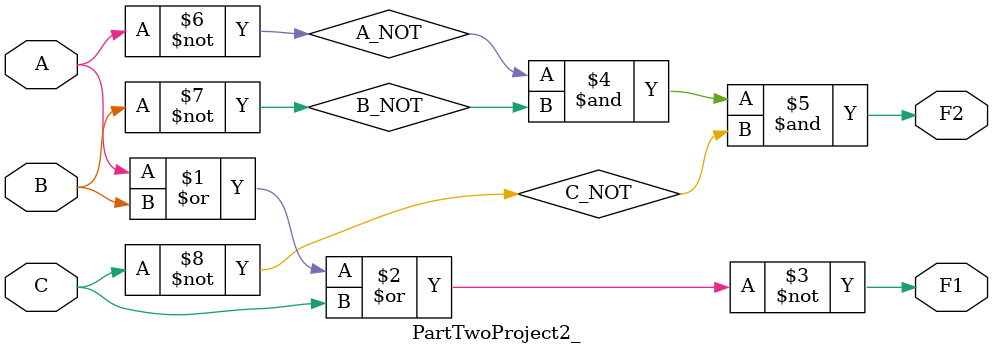
<source format=v>
`timescale 1ns / 1ps


module PartTwoProject2_(A, B, C, F1, F2);
input A, B, C;
output F1, F2;
    nor(F1, A, B, C);
    not(A_NOT, A);
    not(B_NOT, B);
    not(C_NOT, C);
    and(F2, A_NOT, B_NOT, C_NOT);
endmodule

</source>
